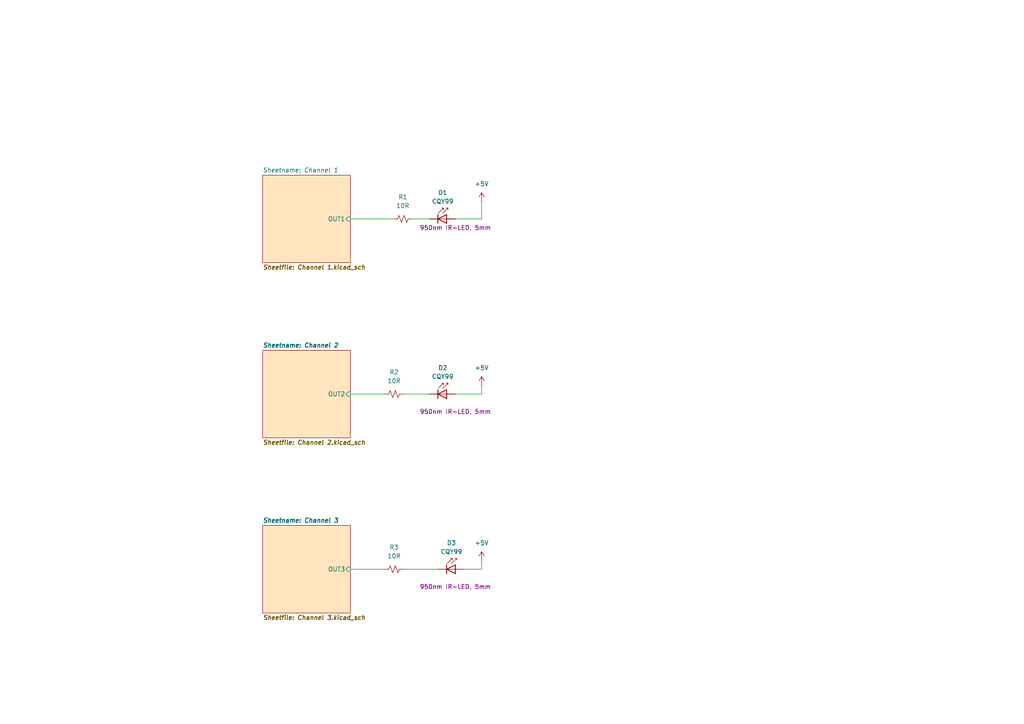
<source format=kicad_sch>
(kicad_sch
	(version 20231120)
	(generator "eeschema")
	(generator_version "8.0")
	(uuid "217f3fc2-5bbf-4da7-910e-b73d6b0262c8")
	(paper "A4")
	(title_block
		(title "OUTPUT LED")
		(date "2024-10-23")
		(rev "1.0")
		(company "ArVi")
		(comment 1 "Designed by")
	)
	(lib_symbols
		(symbol "Device:R_Small_US"
			(pin_numbers hide)
			(pin_names
				(offset 0.254) hide)
			(exclude_from_sim no)
			(in_bom yes)
			(on_board yes)
			(property "Reference" "R"
				(at 0.762 0.508 0)
				(effects
					(font
						(size 1.27 1.27)
					)
					(justify left)
				)
			)
			(property "Value" "R_Small_US"
				(at 0.762 -1.016 0)
				(effects
					(font
						(size 1.27 1.27)
					)
					(justify left)
				)
			)
			(property "Footprint" ""
				(at 0 0 0)
				(effects
					(font
						(size 1.27 1.27)
					)
					(hide yes)
				)
			)
			(property "Datasheet" "~"
				(at 0 0 0)
				(effects
					(font
						(size 1.27 1.27)
					)
					(hide yes)
				)
			)
			(property "Description" "Resistor, small US symbol"
				(at 0 0 0)
				(effects
					(font
						(size 1.27 1.27)
					)
					(hide yes)
				)
			)
			(property "ki_keywords" "r resistor"
				(at 0 0 0)
				(effects
					(font
						(size 1.27 1.27)
					)
					(hide yes)
				)
			)
			(property "ki_fp_filters" "R_*"
				(at 0 0 0)
				(effects
					(font
						(size 1.27 1.27)
					)
					(hide yes)
				)
			)
			(symbol "R_Small_US_1_1"
				(polyline
					(pts
						(xy 0 0) (xy 1.016 -0.381) (xy 0 -0.762) (xy -1.016 -1.143) (xy 0 -1.524)
					)
					(stroke
						(width 0)
						(type default)
					)
					(fill
						(type none)
					)
				)
				(polyline
					(pts
						(xy 0 1.524) (xy 1.016 1.143) (xy 0 0.762) (xy -1.016 0.381) (xy 0 0)
					)
					(stroke
						(width 0)
						(type default)
					)
					(fill
						(type none)
					)
				)
				(pin passive line
					(at 0 2.54 270)
					(length 1.016)
					(name "~"
						(effects
							(font
								(size 1.27 1.27)
							)
						)
					)
					(number "1"
						(effects
							(font
								(size 1.27 1.27)
							)
						)
					)
				)
				(pin passive line
					(at 0 -2.54 90)
					(length 1.016)
					(name "~"
						(effects
							(font
								(size 1.27 1.27)
							)
						)
					)
					(number "2"
						(effects
							(font
								(size 1.27 1.27)
							)
						)
					)
				)
			)
		)
		(symbol "LED:CQY99"
			(pin_numbers hide)
			(pin_names
				(offset 1.016) hide)
			(exclude_from_sim no)
			(in_bom yes)
			(on_board yes)
			(property "Reference" "D"
				(at 0.508 1.778 0)
				(effects
					(font
						(size 1.27 1.27)
					)
					(justify left)
				)
			)
			(property "Value" "CQY99"
				(at -1.016 -2.794 0)
				(effects
					(font
						(size 1.27 1.27)
					)
				)
			)
			(property "Footprint" "LED_THT:LED_D5.0mm_IRGrey"
				(at 0 4.445 0)
				(effects
					(font
						(size 1.27 1.27)
					)
					(hide yes)
				)
			)
			(property "Datasheet" "https://www.prtice.info/IMG/pdf/CQY99.pdf"
				(at -1.27 0 0)
				(effects
					(font
						(size 1.27 1.27)
					)
					(hide yes)
				)
			)
			(property "Description" "950nm IR-LED, 5mm"
				(at 0 0 0)
				(effects
					(font
						(size 1.27 1.27)
					)
					(hide yes)
				)
			)
			(property "ki_keywords" "IR LED"
				(at 0 0 0)
				(effects
					(font
						(size 1.27 1.27)
					)
					(hide yes)
				)
			)
			(property "ki_fp_filters" "LED*5.0mm*IRGrey*"
				(at 0 0 0)
				(effects
					(font
						(size 1.27 1.27)
					)
					(hide yes)
				)
			)
			(symbol "CQY99_0_1"
				(polyline
					(pts
						(xy -2.54 1.27) (xy -2.54 -1.27)
					)
					(stroke
						(width 0.254)
						(type default)
					)
					(fill
						(type none)
					)
				)
				(polyline
					(pts
						(xy 0 0) (xy -2.54 0)
					)
					(stroke
						(width 0)
						(type default)
					)
					(fill
						(type none)
					)
				)
				(polyline
					(pts
						(xy 0.381 3.175) (xy -0.127 3.175)
					)
					(stroke
						(width 0)
						(type default)
					)
					(fill
						(type none)
					)
				)
				(polyline
					(pts
						(xy -1.143 1.651) (xy 0.381 3.175) (xy 0.381 2.667)
					)
					(stroke
						(width 0)
						(type default)
					)
					(fill
						(type none)
					)
				)
				(polyline
					(pts
						(xy 0 -1.27) (xy -2.54 0) (xy 0 1.27) (xy 0 -1.27)
					)
					(stroke
						(width 0.254)
						(type default)
					)
					(fill
						(type none)
					)
				)
				(polyline
					(pts
						(xy -2.413 1.651) (xy -0.889 3.175) (xy -0.889 2.667) (xy -0.889 3.175) (xy -1.397 3.175)
					)
					(stroke
						(width 0)
						(type default)
					)
					(fill
						(type none)
					)
				)
			)
			(symbol "CQY99_1_1"
				(pin passive line
					(at -5.08 0 0)
					(length 2.54)
					(name "K"
						(effects
							(font
								(size 1.27 1.27)
							)
						)
					)
					(number "1"
						(effects
							(font
								(size 1.27 1.27)
							)
						)
					)
				)
				(pin passive line
					(at 2.54 0 180)
					(length 2.54)
					(name "A"
						(effects
							(font
								(size 1.27 1.27)
							)
						)
					)
					(number "2"
						(effects
							(font
								(size 1.27 1.27)
							)
						)
					)
				)
			)
		)
		(symbol "power:+5V"
			(power)
			(pin_numbers hide)
			(pin_names
				(offset 0) hide)
			(exclude_from_sim no)
			(in_bom yes)
			(on_board yes)
			(property "Reference" "#PWR"
				(at 0 -3.81 0)
				(effects
					(font
						(size 1.27 1.27)
					)
					(hide yes)
				)
			)
			(property "Value" "+5V"
				(at 0 3.556 0)
				(effects
					(font
						(size 1.27 1.27)
					)
				)
			)
			(property "Footprint" ""
				(at 0 0 0)
				(effects
					(font
						(size 1.27 1.27)
					)
					(hide yes)
				)
			)
			(property "Datasheet" ""
				(at 0 0 0)
				(effects
					(font
						(size 1.27 1.27)
					)
					(hide yes)
				)
			)
			(property "Description" "Power symbol creates a global label with name \"+5V\""
				(at 0 0 0)
				(effects
					(font
						(size 1.27 1.27)
					)
					(hide yes)
				)
			)
			(property "ki_keywords" "global power"
				(at 0 0 0)
				(effects
					(font
						(size 1.27 1.27)
					)
					(hide yes)
				)
			)
			(symbol "+5V_0_1"
				(polyline
					(pts
						(xy -0.762 1.27) (xy 0 2.54)
					)
					(stroke
						(width 0)
						(type default)
					)
					(fill
						(type none)
					)
				)
				(polyline
					(pts
						(xy 0 0) (xy 0 2.54)
					)
					(stroke
						(width 0)
						(type default)
					)
					(fill
						(type none)
					)
				)
				(polyline
					(pts
						(xy 0 2.54) (xy 0.762 1.27)
					)
					(stroke
						(width 0)
						(type default)
					)
					(fill
						(type none)
					)
				)
			)
			(symbol "+5V_1_1"
				(pin power_in line
					(at 0 0 90)
					(length 0)
					(name "~"
						(effects
							(font
								(size 1.27 1.27)
							)
						)
					)
					(number "1"
						(effects
							(font
								(size 1.27 1.27)
							)
						)
					)
				)
			)
		)
	)
	(wire
		(pts
			(xy 119.38 63.5) (xy 124.46 63.5)
		)
		(stroke
			(width 0)
			(type default)
		)
		(uuid "169e583a-e371-49d3-9e38-ac7f1974b7dd")
	)
	(wire
		(pts
			(xy 101.6 63.5) (xy 114.3 63.5)
		)
		(stroke
			(width 0)
			(type default)
		)
		(uuid "56279843-9615-4428-9ff6-1a8728a42028")
	)
	(wire
		(pts
			(xy 139.7 58.42) (xy 139.7 63.5)
		)
		(stroke
			(width 0)
			(type default)
		)
		(uuid "5dda956c-2f9f-4a0d-9935-a5cdc510fb87")
	)
	(wire
		(pts
			(xy 139.7 111.76) (xy 139.7 114.3)
		)
		(stroke
			(width 0)
			(type default)
		)
		(uuid "6cb2201b-2e35-450d-bac7-1ddffb7f5818")
	)
	(wire
		(pts
			(xy 101.6 165.1) (xy 111.76 165.1)
		)
		(stroke
			(width 0)
			(type default)
		)
		(uuid "6ffad4b7-9a9e-41db-8eb9-bb2a892e979c")
	)
	(wire
		(pts
			(xy 134.62 165.1) (xy 139.7 165.1)
		)
		(stroke
			(width 0)
			(type default)
		)
		(uuid "7b23c185-9227-40e4-9761-55f1db8c8f13")
	)
	(wire
		(pts
			(xy 132.08 114.3) (xy 139.7 114.3)
		)
		(stroke
			(width 0)
			(type default)
		)
		(uuid "7ba9b178-0858-4e78-8c76-a0875bee0bea")
	)
	(wire
		(pts
			(xy 139.7 162.56) (xy 139.7 165.1)
		)
		(stroke
			(width 0)
			(type default)
		)
		(uuid "ba95af6e-0884-41d6-b9fc-6b5c819fd8f8")
	)
	(wire
		(pts
			(xy 116.84 165.1) (xy 127 165.1)
		)
		(stroke
			(width 0)
			(type default)
		)
		(uuid "db22ae0e-fd18-4684-a6ec-ef617f6522af")
	)
	(wire
		(pts
			(xy 116.84 114.3) (xy 124.46 114.3)
		)
		(stroke
			(width 0)
			(type default)
		)
		(uuid "e939aad5-9fa4-4db0-8115-4ade4337a570")
	)
	(wire
		(pts
			(xy 132.08 63.5) (xy 139.7 63.5)
		)
		(stroke
			(width 0)
			(type default)
		)
		(uuid "f5420f56-ffa5-4622-9f0d-50b5426887b1")
	)
	(wire
		(pts
			(xy 101.6 114.3) (xy 111.76 114.3)
		)
		(stroke
			(width 0)
			(type default)
		)
		(uuid "fc651657-7131-4466-add5-19d698a85d90")
	)
	(symbol
		(lib_id "Device:R_Small_US")
		(at 114.3 114.3 90)
		(unit 1)
		(exclude_from_sim no)
		(in_bom yes)
		(on_board yes)
		(dnp no)
		(fields_autoplaced yes)
		(uuid "306241b6-158b-475f-8af8-3babd2fd7578")
		(property "Reference" "R2"
			(at 114.3 107.95 90)
			(effects
				(font
					(size 1.27 1.27)
				)
			)
		)
		(property "Value" "10R"
			(at 114.3 110.49 90)
			(effects
				(font
					(size 1.27 1.27)
				)
			)
		)
		(property "Footprint" "Resistor_SMD:R_0805_2012Metric"
			(at 114.3 114.3 0)
			(effects
				(font
					(size 1.27 1.27)
				)
				(hide yes)
			)
		)
		(property "Datasheet" "~"
			(at 114.3 114.3 0)
			(effects
				(font
					(size 1.27 1.27)
				)
				(hide yes)
			)
		)
		(property "Description" "Resistor, small US symbol"
			(at 114.3 114.3 0)
			(effects
				(font
					(size 1.27 1.27)
				)
				(hide yes)
			)
		)
		(pin "2"
			(uuid "4a809297-bb03-4df3-bf4c-89a2989e8d89")
		)
		(pin "1"
			(uuid "cefeb604-e6b3-4ef7-874f-503d367566ad")
		)
		(instances
			(project ""
				(path "/217f3fc2-5bbf-4da7-910e-b73d6b0262c8"
					(reference "R2")
					(unit 1)
				)
			)
		)
	)
	(symbol
		(lib_id "LED:CQY99")
		(at 129.54 63.5 0)
		(unit 1)
		(exclude_from_sim no)
		(in_bom yes)
		(on_board yes)
		(dnp no)
		(uuid "5c0d85c3-951a-4ea2-8619-f776cdd87b51")
		(property "Reference" "D1"
			(at 128.397 55.88 0)
			(effects
				(font
					(size 1.27 1.27)
				)
			)
		)
		(property "Value" "CQY99"
			(at 128.397 58.42 0)
			(effects
				(font
					(size 1.27 1.27)
				)
			)
		)
		(property "Footprint" "LED_THT:LED_D5.0mm_IRGrey"
			(at 129.54 59.055 0)
			(effects
				(font
					(size 1.27 1.27)
				)
				(hide yes)
			)
		)
		(property "Datasheet" "https://www.prtice.info/IMG/pdf/CQY99.pdf"
			(at 128.27 63.5 0)
			(effects
				(font
					(size 1.27 1.27)
				)
				(hide yes)
			)
		)
		(property "Description" "950nm IR-LED, 5mm"
			(at 132.08 66.04 0)
			(effects
				(font
					(size 1.27 1.27)
				)
			)
		)
		(pin "1"
			(uuid "0d15e816-1af8-44d9-8107-0e751cf87af1")
		)
		(pin "2"
			(uuid "56fc2f04-7964-43f0-905b-3a5e5debd9e9")
		)
		(instances
			(project "hirerchy_test"
				(path "/217f3fc2-5bbf-4da7-910e-b73d6b0262c8"
					(reference "D1")
					(unit 1)
				)
			)
		)
	)
	(symbol
		(lib_id "LED:CQY99")
		(at 129.54 114.3 0)
		(unit 1)
		(exclude_from_sim no)
		(in_bom yes)
		(on_board yes)
		(dnp no)
		(uuid "6d539c1c-e93b-425e-a2e4-8349a353010a")
		(property "Reference" "D2"
			(at 128.397 106.68 0)
			(effects
				(font
					(size 1.27 1.27)
				)
			)
		)
		(property "Value" "CQY99"
			(at 128.397 109.22 0)
			(effects
				(font
					(size 1.27 1.27)
				)
			)
		)
		(property "Footprint" "LED_THT:LED_D5.0mm_IRGrey"
			(at 129.54 109.855 0)
			(effects
				(font
					(size 1.27 1.27)
				)
				(hide yes)
			)
		)
		(property "Datasheet" "https://www.prtice.info/IMG/pdf/CQY99.pdf"
			(at 128.27 114.3 0)
			(effects
				(font
					(size 1.27 1.27)
				)
				(hide yes)
			)
		)
		(property "Description" "950nm IR-LED, 5mm"
			(at 132.08 119.38 0)
			(effects
				(font
					(size 1.27 1.27)
				)
			)
		)
		(pin "1"
			(uuid "489753d9-83ad-4c3e-ba6e-4800ac3da310")
		)
		(pin "2"
			(uuid "a7ff5d92-f802-4415-8740-ff216d850bb9")
		)
		(instances
			(project "hirerchy_test"
				(path "/217f3fc2-5bbf-4da7-910e-b73d6b0262c8"
					(reference "D2")
					(unit 1)
				)
			)
		)
	)
	(symbol
		(lib_id "power:+5V")
		(at 139.7 58.42 0)
		(unit 1)
		(exclude_from_sim no)
		(in_bom yes)
		(on_board yes)
		(dnp no)
		(fields_autoplaced yes)
		(uuid "93a31619-19bf-4ef4-8770-066ab58dff80")
		(property "Reference" "#PWR01"
			(at 139.7 62.23 0)
			(effects
				(font
					(size 1.27 1.27)
				)
				(hide yes)
			)
		)
		(property "Value" "+5V"
			(at 139.7 53.34 0)
			(effects
				(font
					(size 1.27 1.27)
				)
			)
		)
		(property "Footprint" ""
			(at 139.7 58.42 0)
			(effects
				(font
					(size 1.27 1.27)
				)
				(hide yes)
			)
		)
		(property "Datasheet" ""
			(at 139.7 58.42 0)
			(effects
				(font
					(size 1.27 1.27)
				)
				(hide yes)
			)
		)
		(property "Description" "Power symbol creates a global label with name \"+5V\""
			(at 139.7 58.42 0)
			(effects
				(font
					(size 1.27 1.27)
				)
				(hide yes)
			)
		)
		(pin "1"
			(uuid "d938470a-cd2f-4446-8c39-1006569d680d")
		)
		(instances
			(project ""
				(path "/217f3fc2-5bbf-4da7-910e-b73d6b0262c8"
					(reference "#PWR01")
					(unit 1)
				)
			)
		)
	)
	(symbol
		(lib_id "Device:R_Small_US")
		(at 116.84 63.5 90)
		(unit 1)
		(exclude_from_sim no)
		(in_bom yes)
		(on_board yes)
		(dnp no)
		(fields_autoplaced yes)
		(uuid "c42557ae-7ddf-4dfa-8835-9a08ba883234")
		(property "Reference" "R1"
			(at 116.84 57.15 90)
			(effects
				(font
					(size 1.27 1.27)
				)
			)
		)
		(property "Value" "10R"
			(at 116.84 59.69 90)
			(effects
				(font
					(size 1.27 1.27)
				)
			)
		)
		(property "Footprint" "Resistor_SMD:R_0805_2012Metric"
			(at 116.84 63.5 0)
			(effects
				(font
					(size 1.27 1.27)
				)
				(hide yes)
			)
		)
		(property "Datasheet" "~"
			(at 116.84 63.5 0)
			(effects
				(font
					(size 1.27 1.27)
				)
				(hide yes)
			)
		)
		(property "Description" "Resistor, small US symbol"
			(at 116.84 63.5 0)
			(effects
				(font
					(size 1.27 1.27)
				)
				(hide yes)
			)
		)
		(pin "2"
			(uuid "3de0a171-bc1d-4f1c-b440-719ff35b21b2")
		)
		(pin "1"
			(uuid "f65afbb7-f8b8-4658-b6e9-72c8c2aa9348")
		)
		(instances
			(project ""
				(path "/217f3fc2-5bbf-4da7-910e-b73d6b0262c8"
					(reference "R1")
					(unit 1)
				)
			)
		)
	)
	(symbol
		(lib_id "power:+5V")
		(at 139.7 162.56 0)
		(unit 1)
		(exclude_from_sim no)
		(in_bom yes)
		(on_board yes)
		(dnp no)
		(fields_autoplaced yes)
		(uuid "d32d87fe-30cb-44db-9399-de764ac6782f")
		(property "Reference" "#PWR03"
			(at 139.7 166.37 0)
			(effects
				(font
					(size 1.27 1.27)
				)
				(hide yes)
			)
		)
		(property "Value" "+5V"
			(at 139.7 157.48 0)
			(effects
				(font
					(size 1.27 1.27)
				)
			)
		)
		(property "Footprint" ""
			(at 139.7 162.56 0)
			(effects
				(font
					(size 1.27 1.27)
				)
				(hide yes)
			)
		)
		(property "Datasheet" ""
			(at 139.7 162.56 0)
			(effects
				(font
					(size 1.27 1.27)
				)
				(hide yes)
			)
		)
		(property "Description" "Power symbol creates a global label with name \"+5V\""
			(at 139.7 162.56 0)
			(effects
				(font
					(size 1.27 1.27)
				)
				(hide yes)
			)
		)
		(pin "1"
			(uuid "1ab12c1b-ba9d-478d-9daa-b2a1a30a2bf0")
		)
		(instances
			(project ""
				(path "/217f3fc2-5bbf-4da7-910e-b73d6b0262c8"
					(reference "#PWR03")
					(unit 1)
				)
			)
		)
	)
	(symbol
		(lib_id "Device:R_Small_US")
		(at 114.3 165.1 90)
		(unit 1)
		(exclude_from_sim no)
		(in_bom yes)
		(on_board yes)
		(dnp no)
		(fields_autoplaced yes)
		(uuid "d35a2dbb-6ed6-4c3f-8884-78d095da0e5b")
		(property "Reference" "R3"
			(at 114.3 158.75 90)
			(effects
				(font
					(size 1.27 1.27)
				)
			)
		)
		(property "Value" "10R"
			(at 114.3 161.29 90)
			(effects
				(font
					(size 1.27 1.27)
				)
			)
		)
		(property "Footprint" "Resistor_SMD:R_0805_2012Metric"
			(at 114.3 165.1 0)
			(effects
				(font
					(size 1.27 1.27)
				)
				(hide yes)
			)
		)
		(property "Datasheet" "~"
			(at 114.3 165.1 0)
			(effects
				(font
					(size 1.27 1.27)
				)
				(hide yes)
			)
		)
		(property "Description" "Resistor, small US symbol"
			(at 114.3 165.1 0)
			(effects
				(font
					(size 1.27 1.27)
				)
				(hide yes)
			)
		)
		(pin "1"
			(uuid "6768848a-e0de-4f6b-82f5-e148339ab4dc")
		)
		(pin "2"
			(uuid "82ab86a5-dc35-4fbc-9b18-8560916bfc9e")
		)
		(instances
			(project ""
				(path "/217f3fc2-5bbf-4da7-910e-b73d6b0262c8"
					(reference "R3")
					(unit 1)
				)
			)
		)
	)
	(symbol
		(lib_id "power:+5V")
		(at 139.7 111.76 0)
		(unit 1)
		(exclude_from_sim no)
		(in_bom yes)
		(on_board yes)
		(dnp no)
		(fields_autoplaced yes)
		(uuid "ea8e4fde-4f6d-4924-a9d8-ab1f2c342176")
		(property "Reference" "#PWR02"
			(at 139.7 115.57 0)
			(effects
				(font
					(size 1.27 1.27)
				)
				(hide yes)
			)
		)
		(property "Value" "+5V"
			(at 139.7 106.68 0)
			(effects
				(font
					(size 1.27 1.27)
				)
			)
		)
		(property "Footprint" ""
			(at 139.7 111.76 0)
			(effects
				(font
					(size 1.27 1.27)
				)
				(hide yes)
			)
		)
		(property "Datasheet" ""
			(at 139.7 111.76 0)
			(effects
				(font
					(size 1.27 1.27)
				)
				(hide yes)
			)
		)
		(property "Description" "Power symbol creates a global label with name \"+5V\""
			(at 139.7 111.76 0)
			(effects
				(font
					(size 1.27 1.27)
				)
				(hide yes)
			)
		)
		(pin "1"
			(uuid "7e425761-6560-4799-93e9-203f3afbf69e")
		)
		(instances
			(project ""
				(path "/217f3fc2-5bbf-4da7-910e-b73d6b0262c8"
					(reference "#PWR02")
					(unit 1)
				)
			)
		)
	)
	(symbol
		(lib_id "LED:CQY99")
		(at 132.08 165.1 0)
		(unit 1)
		(exclude_from_sim no)
		(in_bom yes)
		(on_board yes)
		(dnp no)
		(uuid "f01d7c6d-e75b-45fd-a0d5-9a2b4727ae50")
		(property "Reference" "D3"
			(at 130.937 157.48 0)
			(effects
				(font
					(size 1.27 1.27)
				)
			)
		)
		(property "Value" "CQY99"
			(at 130.937 160.02 0)
			(effects
				(font
					(size 1.27 1.27)
				)
			)
		)
		(property "Footprint" "LED_THT:LED_D5.0mm_IRGrey"
			(at 132.08 160.655 0)
			(effects
				(font
					(size 1.27 1.27)
				)
				(hide yes)
			)
		)
		(property "Datasheet" "https://www.prtice.info/IMG/pdf/CQY99.pdf"
			(at 130.81 165.1 0)
			(effects
				(font
					(size 1.27 1.27)
				)
				(hide yes)
			)
		)
		(property "Description" "950nm IR-LED, 5mm"
			(at 132.08 170.18 0)
			(effects
				(font
					(size 1.27 1.27)
				)
			)
		)
		(pin "1"
			(uuid "60c7b9dc-3373-4f33-ad06-ad1021867114")
		)
		(pin "2"
			(uuid "91d65084-c703-4679-9102-b2efea7d419a")
		)
		(instances
			(project "hirerchy_test"
				(path "/217f3fc2-5bbf-4da7-910e-b73d6b0262c8"
					(reference "D3")
					(unit 1)
				)
			)
		)
	)
	(sheet
		(at 76.2 152.4)
		(size 25.4 25.4)
		(fields_autoplaced yes)
		(stroke
			(width 0.1524)
			(type solid)
		)
		(fill
			(color 255 229 191 1.0000)
		)
		(uuid "480a41e4-d214-4ad4-a1e3-5c12d12aa42d")
		(property "Sheetname" "Channel 3"
			(at 76.2 151.6884 0)
			(show_name yes)
			(effects
				(font
					(size 1.27 1.27)
					(thickness 0.254)
					(bold yes)
					(italic yes)
				)
				(justify left bottom)
			)
		)
		(property "Sheetfile" "Channel 3.kicad_sch"
			(at 76.2 178.3846 0)
			(show_name yes)
			(effects
				(font
					(size 1.27 1.27)
					(thickness 0.254)
					(bold yes)
					(italic yes)
				)
				(justify left top)
			)
		)
		(pin "OUT3" input
			(at 101.6 165.1 0)
			(effects
				(font
					(size 1.27 1.27)
				)
				(justify right)
			)
			(uuid "0d1ad1fb-025b-46b5-95bb-7c3a0079d62d")
		)
		(instances
			(project "hirerchy_test"
				(path "/217f3fc2-5bbf-4da7-910e-b73d6b0262c8"
					(page "4")
				)
			)
		)
	)
	(sheet
		(at 76.2 50.8)
		(size 25.4 25.4)
		(fields_autoplaced yes)
		(stroke
			(width 0.1524)
			(type solid)
		)
		(fill
			(color 255 229 191 1.0000)
		)
		(uuid "8eebf637-04a4-4cb6-b4f4-ad8613e8c294")
		(property "Sheetname" "Channel 1"
			(at 76.2 50.0884 0)
			(show_name yes)
			(effects
				(font
					(size 1.27 1.27)
					(italic yes)
				)
				(justify left bottom)
			)
		)
		(property "Sheetfile" "Channel 1.kicad_sch"
			(at 76.2 76.7846 0)
			(show_name yes)
			(effects
				(font
					(size 1.27 1.27)
					(thickness 0.254)
					(bold yes)
					(italic yes)
				)
				(justify left top)
			)
		)
		(pin "OUT1" input
			(at 101.6 63.5 0)
			(effects
				(font
					(size 1.27 1.27)
				)
				(justify right)
			)
			(uuid "e410b741-345e-417b-9159-11d0e86708fb")
		)
		(instances
			(project "hirerchy_test"
				(path "/217f3fc2-5bbf-4da7-910e-b73d6b0262c8"
					(page "2")
				)
			)
		)
	)
	(sheet
		(at 76.2 101.6)
		(size 25.4 25.4)
		(fields_autoplaced yes)
		(stroke
			(width 0.1524)
			(type solid)
		)
		(fill
			(color 255 229 191 1.0000)
		)
		(uuid "a0b3c593-cac0-43d9-9545-9285f4aa96e2")
		(property "Sheetname" "Channel 2"
			(at 76.2 100.8884 0)
			(show_name yes)
			(effects
				(font
					(size 1.27 1.27)
					(thickness 0.254)
					(bold yes)
					(italic yes)
				)
				(justify left bottom)
			)
		)
		(property "Sheetfile" "Channel 2.kicad_sch"
			(at 76.2 127.5846 0)
			(show_name yes)
			(effects
				(font
					(size 1.27 1.27)
					(thickness 0.254)
					(bold yes)
					(italic yes)
				)
				(justify left top)
			)
		)
		(pin "OUT2" input
			(at 101.6 114.3 0)
			(effects
				(font
					(size 1.27 1.27)
				)
				(justify right)
			)
			(uuid "8d771cb9-3448-47df-9ad5-47c65ac37abc")
		)
		(instances
			(project "hirerchy_test"
				(path "/217f3fc2-5bbf-4da7-910e-b73d6b0262c8"
					(page "3")
				)
			)
		)
	)
	(sheet_instances
		(path "/"
			(page "1")
		)
	)
)

</source>
